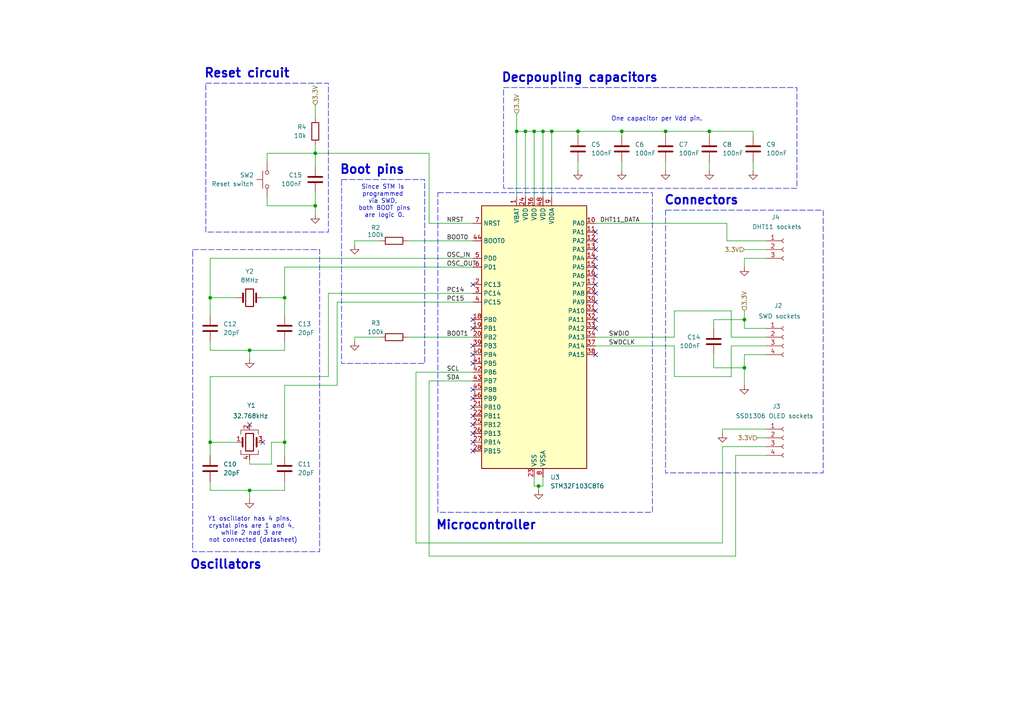
<source format=kicad_sch>
(kicad_sch (version 20250114) (generator "eeschema") (generator_version "9.0")
  (paper "A4")
  (lib_symbols
    (symbol "Connector:Conn_01x03_Socket" (pin_names (offset 1.016) (hide yes))
      (property "Reference" "J" (at 0 5.08 0))
      (property "Value" "Conn_01x03_Socket" (at 0 -5.08 0))
      (symbol "Conn_01x03_Socket_1_1"
        (polyline (pts (xy -1.27 2.54) (xy -0.508 2.54)) (stroke (width 0.1524)))
        (polyline (pts (xy -1.27 0) (xy -0.508 0)) (stroke (width 0.1524)))
        (polyline (pts (xy -1.27 -2.54) (xy -0.508 -2.54)) (stroke (width 0.1524)))
        (arc (start 0 2.032) (mid -0.5058 2.54) (end 0 3.048) (stroke (width 0.1524)))
        (arc (start 0 -0.508) (mid -0.5058 0) (end 0 0.508) (stroke (width 0.1524)))
        (arc (start 0 -3.048) (mid -0.5058 -2.54) (end 0 -2.032) (stroke (width 0.1524)))
        (pin passive line (at -5.08 2.54 0) (length 3.81) (name "Pin_1") (number "1"))
        (pin passive line (at -5.08 0 0) (length 3.81) (name "Pin_2") (number "2"))
        (pin passive line (at -5.08 -2.54 0) (length 3.81) (name "Pin_3") (number "3"))
      )
    )
    (symbol "Connector:Conn_01x04_Socket" (pin_names (offset 1.016) (hide yes))
      (property "Reference" "J" (at 0 5.08 0))
      (property "Value" "Conn_01x04_Socket" (at 0 -7.62 0))
      (symbol "Conn_01x04_Socket_1_1"
        (polyline (pts (xy -1.27 2.54) (xy -0.508 2.54)) (stroke (width 0.1524)))
        (polyline (pts (xy -1.27 0) (xy -0.508 0)) (stroke (width 0.1524)))
        (polyline (pts (xy -1.27 -2.54) (xy -0.508 -2.54)) (stroke (width 0.1524)))
        (polyline (pts (xy -1.27 -5.08) (xy -0.508 -5.08)) (stroke (width 0.1524)))
        (arc (start 0 2.032) (mid -0.5058 2.54) (end 0 3.048) (stroke (width 0.1524)))
        (arc (start 0 -0.508) (mid -0.5058 0) (end 0 0.508) (stroke (width 0.1524)))
        (arc (start 0 -3.048) (mid -0.5058 -2.54) (end 0 -2.032) (stroke (width 0.1524)))
        (arc (start 0 -5.588) (mid -0.5058 -5.08) (end 0 -4.572) (stroke (width 0.1524)))
        (pin passive line (at -5.08 2.54 0) (length 3.81) (name "Pin_1") (number "1"))
        (pin passive line (at -5.08 0 0) (length 3.81) (name "Pin_2") (number "2"))
        (pin passive line (at -5.08 -2.54 0) (length 3.81) (name "Pin_3") (number "3"))
        (pin passive line (at -5.08 -5.08 0) (length 3.81) (name "Pin_4") (number "4"))
      )
    )
    (symbol "Device:C" (pin_numbers (hide yes)) (pin_names (offset 0.254))
      (property "Reference" "C" (at 0.635 2.54 0))
      (property "Value" "C" (at 0.635 -2.54 0))
      (symbol "C_0_1"
        (polyline (pts (xy -2.032 0.762) (xy 2.032 0.762)) (stroke (width 0.508)))
        (polyline (pts (xy -2.032 -0.762) (xy 2.032 -0.762)) (stroke (width 0.508)))
      )
      (symbol "C_1_1"
        (pin passive line (at 0 3.81 270) (length 2.794) (name "~") (number "1"))
        (pin passive line (at 0 -3.81 90) (length 2.794) (name "~") (number "2"))
      )
    )
    (symbol "Device:Crystal" (pin_numbers (hide yes)) (pin_names (offset 1.016) (hide yes))
      (property "Reference" "Y" (at 0 3.81 0))
      (property "Value" "Crystal" (at 0 -3.81 0))
      (symbol "Crystal_0_1"
        (polyline (pts (xy -2.54 0) (xy -1.905 0)))
        (polyline (pts (xy -1.905 -1.27) (xy -1.905 1.27)) (stroke (width 0.508)))
        (rectangle (start -1.143 2.54) (end 1.143 -2.54) (stroke (width 0.3048)))
        (polyline (pts (xy 1.905 -1.27) (xy 1.905 1.27)) (stroke (width 0.508)))
        (polyline (pts (xy 2.54 0) (xy 1.905 0)))
      )
      (symbol "Crystal_1_1"
        (pin passive line (at -3.81 0 0) (length 1.27) (name "1") (number "1"))
        (pin passive line (at 3.81 0 180) (length 1.27) (name "2") (number "2"))
      )
    )
    (symbol "Device:Crystal_GND24" (pin_names (offset 1.016) (hide yes))
      (property "Reference" "Y" (at 3.175 5.08 0))
      (property "Value" "Crystal_GND24" (at 3.175 3.175 0))
      (symbol "Crystal_GND24_0_1"
        (polyline (pts (xy -2.54 2.286) (xy -2.54 3.556) (xy 2.54 3.556) (xy 2.54 2.286)))
        (polyline (pts (xy -2.54 0) (xy -2.032 0)))
        (polyline (pts (xy -2.54 -2.286) (xy -2.54 -3.556) (xy 2.54 -3.556) (xy 2.54 -2.286)))
        (polyline (pts (xy -2.032 -1.27) (xy -2.032 1.27)) (stroke (width 0.508)))
        (rectangle (start -1.143 2.54) (end 1.143 -2.54) (stroke (width 0.3048)))
        (polyline (pts (xy 0 3.556) (xy 0 3.81)))
        (polyline (pts (xy 0 -3.81) (xy 0 -3.556)))
        (polyline (pts (xy 2.032 0) (xy 2.54 0)))
        (polyline (pts (xy 2.032 -1.27) (xy 2.032 1.27)) (stroke (width 0.508)))
      )
      (symbol "Crystal_GND24_1_1"
        (pin passive line (at -3.81 0 0) (length 1.27) (name "1") (number "1"))
        (pin passive line (at 0 5.08 270) (length 1.27) (name "2") (number "2"))
        (pin passive line (at 0 -5.08 90) (length 1.27) (name "4") (number "4"))
        (pin passive line (at 3.81 0 180) (length 1.27) (name "3") (number "3"))
      )
    )
    (symbol "Device:R" (pin_numbers (hide yes)) (pin_names (offset 0))
      (property "Reference" "R" (at 2.032 0 90))
      (property "Value" "R" (at 0 0 90))
      (symbol "R_0_1"
        (rectangle (start -1.016 -2.54) (end 1.016 2.54) (stroke (width 0.254)))
      )
      (symbol "R_1_1"
        (pin passive line (at 0 3.81 270) (length 1.27) (name "~") (number "1"))
        (pin passive line (at 0 -3.81 90) (length 1.27) (name "~") (number "2"))
      )
    )
    (symbol "MCU_ST_STM32F1:STM32F103C8Tx"
      (property "Reference" "U" (at -15.24 39.37 0))
      (property "Value" "STM32F103C8Tx" (at 7.62 39.37 0))
      (symbol "STM32F103C8Tx_0_1"
        (rectangle (start -15.24 -38.1) (end 15.24 38.1) (stroke (width 0.254)) (fill (type background)))
      )
      (symbol "STM32F103C8Tx_1_1"
        (pin input line (at -17.78 33.02 0) (length 2.54) (name "NRST") (number "7"))
        (pin input line (at -17.78 27.94 0) (length 2.54) (name "BOOT0") (number "44"))
        (pin bidirectional line (at -17.78 22.86 0) (length 2.54) (name "PD0") (number "5"))
        (pin bidirectional line (at -17.78 20.32 0) (length 2.54) (name "PD1") (number "6"))
        (pin bidirectional line (at -17.78 15.24 0) (length 2.54) (name "PC13") (number "2"))
        (pin bidirectional line (at -17.78 12.7 0) (length 2.54) (name "PC14") (number "3"))
        (pin bidirectional line (at -17.78 10.16 0) (length 2.54) (name "PC15") (number "4"))
        (pin bidirectional line (at -17.78 5.08 0) (length 2.54) (name "PB0") (number "18"))
        (pin bidirectional line (at -17.78 2.54 0) (length 2.54) (name "PB1") (number "19"))
        (pin bidirectional line (at -17.78 0 0) (length 2.54) (name "PB2") (number "20"))
        (pin bidirectional line (at -17.78 -2.54 0) (length 2.54) (name "PB3") (number "39"))
        (pin bidirectional line (at -17.78 -5.08 0) (length 2.54) (name "PB4") (number "40"))
        (pin bidirectional line (at -17.78 -7.62 0) (length 2.54) (name "PB5") (number "41"))
        (pin bidirectional line (at -17.78 -10.16 0) (length 2.54) (name "PB6") (number "42"))
        (pin bidirectional line (at -17.78 -12.7 0) (length 2.54) (name "PB7") (number "43"))
        (pin bidirectional line (at -17.78 -15.24 0) (length 2.54) (name "PB8") (number "45"))
        (pin bidirectional line (at -17.78 -17.78 0) (length 2.54) (name "PB9") (number "46"))
        (pin bidirectional line (at -17.78 -20.32 0) (length 2.54) (name "PB10") (number "21"))
        (pin bidirectional line (at -17.78 -22.86 0) (length 2.54) (name "PB11") (number "22"))
        (pin bidirectional line (at -17.78 -25.4 0) (length 2.54) (name "PB12") (number "25"))
        (pin bidirectional line (at -17.78 -27.94 0) (length 2.54) (name "PB13") (number "26"))
        (pin bidirectional line (at -17.78 -30.48 0) (length 2.54) (name "PB14") (number "27"))
        (pin bidirectional line (at -17.78 -33.02 0) (length 2.54) (name "PB15") (number "28"))
        (pin power_in line (at -5.08 40.64 270) (length 2.54) (name "VBAT") (number "1"))
        (pin power_in line (at -2.54 40.64 270) (length 2.54) (name "VDD") (number "24"))
        (pin power_in line (at 0 40.64 270) (length 2.54) (name "VDD") (number "36"))
        (pin power_in line (at 0 -40.64 90) (length 2.54) (name "VSS") (number "23"))
        (pin passive line (at 0 -40.64 90) (length 2.54) (hide yes) (name "VSS") (number "35"))
        (pin passive line (at 0 -40.64 90) (length 2.54) (hide yes) (name "VSS") (number "47"))
        (pin power_in line (at 2.54 40.64 270) (length 2.54) (name "VDD") (number "48"))
        (pin power_in line (at 2.54 -40.64 90) (length 2.54) (name "VSSA") (number "8"))
        (pin power_in line (at 5.08 40.64 270) (length 2.54) (name "VDDA") (number "9"))
        (pin bidirectional line (at 17.78 33.02 180) (length 2.54) (name "PA0") (number "10"))
        (pin bidirectional line (at 17.78 30.48 180) (length 2.54) (name "PA1") (number "11"))
        (pin bidirectional line (at 17.78 27.94 180) (length 2.54) (name "PA2") (number "12"))
        (pin bidirectional line (at 17.78 25.4 180) (length 2.54) (name "PA3") (number "13"))
        (pin bidirectional line (at 17.78 22.86 180) (length 2.54) (name "PA4") (number "14"))
        (pin bidirectional line (at 17.78 20.32 180) (length 2.54) (name "PA5") (number "15"))
        (pin bidirectional line (at 17.78 17.78 180) (length 2.54) (name "PA6") (number "16"))
        (pin bidirectional line (at 17.78 15.24 180) (length 2.54) (name "PA7") (number "17"))
        (pin bidirectional line (at 17.78 12.7 180) (length 2.54) (name "PA8") (number "29"))
        (pin bidirectional line (at 17.78 10.16 180) (length 2.54) (name "PA9") (number "30"))
        (pin bidirectional line (at 17.78 7.62 180) (length 2.54) (name "PA10") (number "31"))
        (pin bidirectional line (at 17.78 5.08 180) (length 2.54) (name "PA11") (number "32"))
        (pin bidirectional line (at 17.78 2.54 180) (length 2.54) (name "PA12") (number "33"))
        (pin bidirectional line (at 17.78 0 180) (length 2.54) (name "PA13") (number "34"))
        (pin bidirectional line (at 17.78 -2.54 180) (length 2.54) (name "PA14") (number "37"))
        (pin bidirectional line (at 17.78 -5.08 180) (length 2.54) (name "PA15") (number "38"))
      )
    )
    (symbol "Switch:SW_Push" (pin_numbers (hide yes)) (pin_names (offset 1.016) (hide yes))
      (property "Reference" "SW" (at 1.27 2.54 0))
      (property "Value" "SW_Push" (at 0 -1.524 0))
      (symbol "SW_Push_0_1"
        (circle (center -2.032 0) (radius 0.508))
        (polyline (pts (xy 0 1.27) (xy 0 3.048)))
        (circle (center 2.032 0) (radius 0.508))
        (polyline (pts (xy 2.54 1.27) (xy -2.54 1.27)))
        (pin passive line (at -5.08 0 0) (length 2.54) (name "1") (number "1"))
        (pin passive line (at 5.08 0 180) (length 2.54) (name "2") (number "2"))
      )
    )
    (symbol "power:GND" (power) (pin_numbers (hide yes)) (pin_names (offset 0) (hide yes))
      (property "Value" "GND" (at 0 -3.81 0))
      (symbol "GND_0_1"
        (polyline (pts (xy 0 0) (xy 0 -1.27) (xy 1.27 -1.27) (xy 0 -2.54) (xy -1.27 -1.27) (xy 0 -1.27)))
      )
      (symbol "GND_1_1"
        (pin power_in line (at 0 0 270) (length 0) (name "~") (number "1"))
      )
    )
  )
  (rectangle (start 127 55.88) (end 189.23 148.59) (stroke (width 0) (type dash)))
  (rectangle (start 59.69 24.13) (end 95.25 67.31) (stroke (width 0) (type dash)))
  (rectangle (start 55.88 72.39) (end 92.71 160.02) (stroke (width 0) (type dash)))
  (rectangle (start 99.06 52.07) (end 123.19 105.41) (stroke (width 0) (type dash)))
  (rectangle (start 193.04 60.96) (end 238.76 137.16) (stroke (width 0) (type dash)))
  (rectangle (start 146.05 25.4) (end 231.14 54.61) (stroke (width 0) (type dash)))
  (text "One capacitor per Vdd pin." (at 190.5 34.544 0) (effects (font (size 1.27 1.27))))
  (text "Y1 oscillator has 4 pins,  \ncrystal pins are 1 and 4, \nwhile 2 nad 3 are \nnot connected (datasheet)\n" (at 73.406 153.67 0) (effects (font (size 1.27 1.27))))
  (text "Oscillators\n" (at 65.532 163.83 0) (effects (font (size 2.54 2.54) (thickness 0.508) (bold yes))))
  (text "Boot pins" (at 107.95 49.276 0) (effects (font (size 2.54 2.54) (thickness 0.508) (bold yes))))
  (text "Reset circuit\n" (at 71.628 21.336 0) (effects (font (size 2.54 2.54) (thickness 0.508) (bold yes))))
  (text "Microcontroller\n" (at 140.97 152.4 0) (effects (font (size 2.54 2.54) (thickness 0.508) (bold yes))))
  (text "Connectors\n" (at 203.454 58.166 0) (effects (font (size 2.54 2.54) (thickness 0.508) (bold yes))))
  (text "Decpoupling capacitors" (at 168.148 22.606 0) (effects (font (size 2.54 2.54) (thickness 0.508) (bold yes))))
  (text "Since STM is \nprogrammed \nvia SWD, \nboth BOOT pins\nare logic 0.\n" (at 111.506 58.42 0) (effects (font (size 1.27 1.27))))
  (junction (at 215.9 92.71))
  (junction (at 152.4 38.1))
  (junction (at 154.94 38.1))
  (junction (at 149.86 38.1))
  (junction (at 160.02 38.1))
  (junction (at 180.34 38.1))
  (junction (at 72.39 101.6))
  (junction (at 60.96 86.36))
  (junction (at 205.74 38.1))
  (junction (at 215.9 106.68))
  (junction (at 193.04 38.1))
  (junction (at 72.39 142.24))
  (junction (at 60.96 128.27))
  (junction (at 156.21 140.97))
  (junction (at 91.44 44.45))
  (junction (at 91.44 59.69))
  (junction (at 82.55 86.36))
  (junction (at 82.55 128.27))
  (junction (at 167.64 38.1))
  (junction (at 157.48 38.1))
  (no_connect (at 172.72 90.17))
  (no_connect (at 137.16 102.87))
  (no_connect (at 172.72 102.87))
  (no_connect (at 172.72 92.71))
  (no_connect (at 137.16 123.19))
  (no_connect (at 137.16 113.03))
  (no_connect (at 172.72 72.39))
  (no_connect (at 137.16 82.55))
  (no_connect (at 137.16 125.73))
  (no_connect (at 172.72 87.63))
  (no_connect (at 137.16 100.33))
  (no_connect (at 172.72 82.55))
  (no_connect (at 172.72 95.25))
  (no_connect (at 172.72 77.47))
  (no_connect (at 172.72 74.93))
  (no_connect (at 137.16 95.25))
  (no_connect (at 72.39 123.19))
  (no_connect (at 172.72 80.01))
  (no_connect (at 137.16 115.57))
  (no_connect (at 172.72 69.85))
  (no_connect (at 137.16 118.11))
  (no_connect (at 137.16 105.41))
  (no_connect (at 137.16 120.65))
  (no_connect (at 76.2 128.27))
  (no_connect (at 172.72 85.09))
  (no_connect (at 137.16 128.27))
  (no_connect (at 137.16 92.71))
  (no_connect (at 137.16 130.81))
  (no_connect (at 172.72 67.31))
  (wire (pts (xy 120.65 107.95) (xy 120.65 157.48)))
  (wire (pts (xy 207.01 102.87) (xy 207.01 106.68)))
  (wire (pts (xy 149.86 38.1) (xy 152.4 38.1)))
  (wire (pts (xy 72.39 142.24) (xy 72.39 144.78)))
  (wire (pts (xy 120.65 157.48) (xy 209.55 157.48)))
  (wire (pts (xy 91.44 44.45) (xy 77.47 44.45)))
  (wire (pts (xy 157.48 38.1) (xy 157.48 57.15)))
  (wire (pts (xy 154.94 38.1) (xy 154.94 57.15)))
  (wire (pts (xy 60.96 109.22) (xy 60.96 128.27)))
  (wire (pts (xy 82.55 111.76) (xy 82.55 128.27)))
  (wire (pts (xy 215.9 90.17) (xy 215.9 92.71)))
  (wire (pts (xy 215.9 74.93) (xy 215.9 77.47)))
  (wire (pts (xy 78.74 128.27) (xy 82.55 128.27)))
  (wire (pts (xy 82.55 111.76) (xy 97.79 111.76)))
  (wire (pts (xy 222.25 127) (xy 219.71 127)))
  (wire (pts (xy 156.21 140.97) (xy 156.21 142.24)))
  (wire (pts (xy 193.04 39.37) (xy 193.04 38.1)))
  (wire (pts (xy 154.94 138.43) (xy 154.94 140.97)))
  (wire (pts (xy 60.96 128.27) (xy 68.58 128.27)))
  (wire (pts (xy 124.46 110.49) (xy 124.46 161.29)))
  (wire (pts (xy 97.79 87.63) (xy 97.79 111.76)))
  (wire (pts (xy 195.58 97.79) (xy 195.58 90.17)))
  (wire (pts (xy 205.74 38.1) (xy 193.04 38.1)))
  (wire (pts (xy 195.58 90.17) (xy 212.09 90.17)))
  (wire (pts (xy 154.94 38.1) (xy 157.48 38.1)))
  (wire (pts (xy 157.48 38.1) (xy 160.02 38.1)))
  (wire (pts (xy 91.44 59.69) (xy 91.44 62.23)))
  (wire (pts (xy 160.02 38.1) (xy 160.02 57.15)))
  (wire (pts (xy 193.04 46.99) (xy 193.04 49.53)))
  (wire (pts (xy 156.21 140.97) (xy 157.48 140.97)))
  (wire (pts (xy 72.39 101.6) (xy 82.55 101.6)))
  (wire (pts (xy 212.09 100.33) (xy 222.25 100.33)))
  (wire (pts (xy 60.96 86.36) (xy 68.58 86.36)))
  (wire (pts (xy 212.09 109.22) (xy 212.09 100.33)))
  (wire (pts (xy 207.01 95.25) (xy 207.01 92.71)))
  (wire (pts (xy 157.48 138.43) (xy 157.48 140.97)))
  (wire (pts (xy 172.72 97.79) (xy 195.58 97.79)))
  (wire (pts (xy 82.55 86.36) (xy 82.55 91.44)))
  (wire (pts (xy 218.44 46.99) (xy 218.44 49.53)))
  (wire (pts (xy 124.46 110.49) (xy 137.16 110.49)))
  (wire (pts (xy 72.39 134.62) (xy 78.74 134.62)))
  (wire (pts (xy 91.44 44.45) (xy 91.44 48.26)))
  (wire (pts (xy 82.55 139.7) (xy 82.55 142.24)))
  (wire (pts (xy 205.74 46.99) (xy 205.74 49.53)))
  (wire (pts (xy 195.58 100.33) (xy 195.58 109.22)))
  (wire (pts (xy 60.96 86.36) (xy 60.96 91.44)))
  (wire (pts (xy 124.46 64.77) (xy 124.46 44.45)))
  (wire (pts (xy 207.01 92.71) (xy 215.9 92.71)))
  (wire (pts (xy 167.64 46.99) (xy 167.64 49.53)))
  (wire (pts (xy 110.49 97.79) (xy 102.87 97.79)))
  (wire (pts (xy 72.39 101.6) (xy 72.39 104.14)))
  (wire (pts (xy 95.25 109.22) (xy 95.25 85.09)))
  (wire (pts (xy 76.2 86.36) (xy 82.55 86.36)))
  (wire (pts (xy 124.46 161.29) (xy 213.36 161.29)))
  (wire (pts (xy 82.55 142.24) (xy 72.39 142.24)))
  (wire (pts (xy 213.36 132.08) (xy 222.25 132.08)))
  (wire (pts (xy 205.74 39.37) (xy 205.74 38.1)))
  (wire (pts (xy 205.74 38.1) (xy 218.44 38.1)))
  (wire (pts (xy 72.39 142.24) (xy 60.96 142.24)))
  (wire (pts (xy 110.49 69.85) (xy 102.87 69.85)))
  (wire (pts (xy 82.55 128.27) (xy 82.55 132.08)))
  (wire (pts (xy 102.87 97.79) (xy 102.87 99.06)))
  (wire (pts (xy 77.47 46.99) (xy 77.47 44.45)))
  (wire (pts (xy 149.86 38.1) (xy 149.86 57.15)))
  (wire (pts (xy 215.9 102.87) (xy 215.9 106.68)))
  (wire (pts (xy 172.72 100.33) (xy 195.58 100.33)))
  (wire (pts (xy 215.9 72.39) (xy 222.25 72.39)))
  (wire (pts (xy 215.9 106.68) (xy 215.9 111.76)))
  (wire (pts (xy 213.36 161.29) (xy 213.36 132.08)))
  (wire (pts (xy 82.55 77.47) (xy 137.16 77.47)))
  (wire (pts (xy 180.34 39.37) (xy 180.34 38.1)))
  (wire (pts (xy 60.96 128.27) (xy 60.96 132.08)))
  (wire (pts (xy 152.4 38.1) (xy 154.94 38.1)))
  (wire (pts (xy 215.9 95.25) (xy 222.25 95.25)))
  (wire (pts (xy 193.04 38.1) (xy 180.34 38.1)))
  (wire (pts (xy 222.25 74.93) (xy 215.9 74.93)))
  (wire (pts (xy 209.55 124.46) (xy 209.55 125.73)))
  (wire (pts (xy 95.25 85.09) (xy 137.16 85.09)))
  (wire (pts (xy 215.9 102.87) (xy 222.25 102.87)))
  (wire (pts (xy 222.25 124.46) (xy 209.55 124.46)))
  (wire (pts (xy 172.72 64.77) (xy 210.82 64.77)))
  (wire (pts (xy 91.44 41.91) (xy 91.44 44.45)))
  (wire (pts (xy 212.09 97.79) (xy 222.25 97.79)))
  (wire (pts (xy 77.47 59.69) (xy 91.44 59.69)))
  (wire (pts (xy 82.55 77.47) (xy 82.55 86.36)))
  (wire (pts (xy 137.16 64.77) (xy 124.46 64.77)))
  (wire (pts (xy 209.55 129.54) (xy 222.25 129.54)))
  (wire (pts (xy 91.44 55.88) (xy 91.44 59.69)))
  (wire (pts (xy 210.82 69.85) (xy 222.25 69.85)))
  (wire (pts (xy 78.74 134.62) (xy 78.74 128.27)))
  (wire (pts (xy 218.44 39.37) (xy 218.44 38.1)))
  (wire (pts (xy 120.65 107.95) (xy 137.16 107.95)))
  (wire (pts (xy 72.39 133.35) (xy 72.39 134.62)))
  (wire (pts (xy 154.94 140.97) (xy 156.21 140.97)))
  (wire (pts (xy 118.11 97.79) (xy 137.16 97.79)))
  (wire (pts (xy 60.96 74.93) (xy 60.96 86.36)))
  (wire (pts (xy 97.79 87.63) (xy 137.16 87.63)))
  (wire (pts (xy 124.46 44.45) (xy 91.44 44.45)))
  (wire (pts (xy 215.9 92.71) (xy 215.9 95.25)))
  (wire (pts (xy 82.55 101.6) (xy 82.55 99.06)))
  (wire (pts (xy 118.11 69.85) (xy 137.16 69.85)))
  (wire (pts (xy 180.34 46.99) (xy 180.34 49.53)))
  (wire (pts (xy 209.55 157.48) (xy 209.55 129.54)))
  (wire (pts (xy 212.09 90.17) (xy 212.09 97.79)))
  (wire (pts (xy 195.58 109.22) (xy 212.09 109.22)))
  (wire (pts (xy 152.4 38.1) (xy 152.4 57.15)))
  (wire (pts (xy 160.02 38.1) (xy 167.64 38.1)))
  (wire (pts (xy 60.96 74.93) (xy 137.16 74.93)))
  (wire (pts (xy 210.82 64.77) (xy 210.82 69.85)))
  (wire (pts (xy 60.96 109.22) (xy 95.25 109.22)))
  (wire (pts (xy 207.01 106.68) (xy 215.9 106.68)))
  (wire (pts (xy 60.96 99.06) (xy 60.96 101.6)))
  (wire (pts (xy 60.96 139.7) (xy 60.96 142.24)))
  (wire (pts (xy 180.34 38.1) (xy 167.64 38.1)))
  (wire (pts (xy 91.44 30.48) (xy 91.44 34.29)))
  (wire (pts (xy 77.47 57.15) (xy 77.47 59.69)))
  (wire (pts (xy 102.87 69.85) (xy 102.87 71.12)))
  (wire (pts (xy 60.96 101.6) (xy 72.39 101.6)))
  (wire (pts (xy 167.64 39.37) (xy 167.64 38.1)))
  (wire (pts (xy 149.86 33.02) (xy 149.86 38.1)))
  (label "OSC_OUT" (at 129.54 77.47 0))
  (label "PC14" (at 129.54 85.09 0))
  (label "OSC_IN" (at 129.54 74.93 0))
  (label "SWDCLK" (at 176.53 100.33 0))
  (label "SWDIO" (at 176.53 97.79 0))
  (label "NRST" (at 129.54 64.77 0))
  (label "SCL" (at 129.54 107.95 0))
  (label "BOOT0" (at 129.54 69.85 0))
  (label "PC15" (at 129.54 87.63 0))
  (label "BOOT1" (at 129.54 97.79 0))
  (label "DHT11_DATA" (at 173.99 64.77 0))
  (label "SDA" (at 129.54 110.49 0))
  (hierarchical_label "3.3V" (shape input) (at 215.9 90.17 90))
  (hierarchical_label "3.3V" (shape input) (at 149.86 33.02 90))
  (hierarchical_label "3.3V" (shape input) (at 215.9 72.39 180))
  (hierarchical_label "3.3V" (shape input) (at 91.44 30.48 90))
  (hierarchical_label "3.3V" (shape input) (at 219.71 127 180))
  (symbol (lib_id "MCU_ST_STM32F1:STM32F103C8Tx") (at 154.94 97.79 0) (unit 1)
    (property "Reference" "U3" (at 159.6233 138.43 0) (effects (justify left)))
    (property "Value" "STM32F103C8T6" (at 159.6233 140.97 0) (effects (justify left)))
    (property "Footprint" "Package_QFP:LQFP-48_7x7mm_P0.5mm" (effects (hide yes)))
    (property "Datasheet" "https://www.st.com/resource/en/datasheet/stm32f103c8.pdf" (effects (hide yes)))
    (property "Description" "STMicroelectronics Arm Cortex-M3 MCU, 64KB flash, 20KB RAM, 72 MHz, 2.0-3.6V, 37 GPIO, LQFP48" (effects (hide yes)))
  )
  (symbol (lib_id "power:GND") (at 72.39 144.78 0) (unit 1)
    (property "Reference" "#PWR010" (effects (hide yes)))
    (property "Value" "GND" (effects (hide yes)))
    (property "Description" "Power symbol creates a global label with name \"GND\" , ground" (effects (hide yes)))
  )
  (symbol (lib_id "Device:R") (at 114.3 69.85 270) (unit 1)
    (property "Reference" "R2" (at 108.966 66.04 90))
    (property "Value" "100k" (at 108.966 68.072 90))
    (property "Footprint" "Resistor_SMD:R_1206_3216Metric" (effects (hide yes)))
    (property "Description" "Resistor" (effects (hide yes)))
  )
  (symbol (lib_id "Device:R") (at 91.44 38.1 0) (mirror y) (unit 1)
    (property "Reference" "R4" (at 88.9 36.8299 0) (effects (justify left)))
    (property "Value" "10k" (at 88.9 39.3699 0) (effects (justify left)))
    (property "Footprint" "Resistor_SMD:R_1206_3216Metric" (effects (hide yes)))
    (property "Description" "Resistor" (effects (hide yes)))
  )
  (symbol (lib_id "Device:C") (at 218.44 43.18 0) (unit 1)
    (property "Reference" "C9" (at 222.25 41.9099 0) (effects (justify left)))
    (property "Value" "100nF" (at 222.25 44.4499 0) (effects (justify left)))
    (property "Footprint" "Capacitor_SMD:C_1206_3216Metric" (effects (hide yes)))
    (property "Description" "Unpolarized capacitor" (effects (hide yes)))
  )
  (symbol (lib_id "power:GND") (at 156.21 142.24 0) (unit 1)
    (property "Reference" "#PWR012" (effects (hide yes)))
    (property "Value" "GND" (effects (hide yes)))
    (property "Description" "Power symbol creates a global label with name \"GND\" , ground" (effects (hide yes)))
  )
  (symbol (lib_id "power:GND") (at 91.44 62.23 0) (unit 1)
    (property "Reference" "#PWR016" (effects (hide yes)))
    (property "Value" "GND" (effects (hide yes)))
    (property "Description" "Power symbol creates a global label with name \"GND\" , ground" (effects (hide yes)))
  )
  (symbol (lib_id "Device:Crystal") (at 72.39 86.36 0) (unit 1)
    (property "Reference" "Y2" (at 72.39 78.74 0))
    (property "Value" "8MHz" (at 72.39 81.28 0))
    (property "Footprint" "Crystal:Crystal_SMD_HC49-SD" (effects (hide yes)))
    (property "Description" "Two pin crystal" (effects (hide yes)))
  )
  (symbol (lib_id "power:GND") (at 167.64 49.53 0) (unit 1)
    (property "Reference" "#PWR05" (effects (hide yes)))
    (property "Value" "GND" (effects (hide yes)))
    (property "Description" "Power symbol creates a global label with name \"GND\" , ground" (effects (hide yes)))
  )
  (symbol (lib_id "power:GND") (at 193.04 49.53 0) (unit 1)
    (property "Reference" "#PWR07" (effects (hide yes)))
    (property "Value" "GND" (effects (hide yes)))
    (property "Description" "Power symbol creates a global label with name \"GND\" , ground" (effects (hide yes)))
  )
  (symbol (lib_id "Device:C") (at 91.44 52.07 0) (mirror y) (unit 1)
    (property "Reference" "C15" (at 87.63 50.7999 0) (effects (justify left)))
    (property "Value" "100nF" (at 87.63 53.3399 0) (effects (justify left)))
    (property "Footprint" "Capacitor_SMD:C_1206_3216Metric" (effects (hide yes)))
    (property "Description" "Unpolarized capacitor" (effects (hide yes)))
  )
  (symbol (lib_id "power:GND") (at 180.34 49.53 0) (unit 1)
    (property "Reference" "#PWR06" (effects (hide yes)))
    (property "Value" "GND" (effects (hide yes)))
    (property "Description" "Power symbol creates a global label with name \"GND\" , ground" (effects (hide yes)))
  )
  (symbol (lib_id "Device:C") (at 205.74 43.18 0) (unit 1)
    (property "Reference" "C8" (at 209.55 41.9099 0) (effects (justify left)))
    (property "Value" "100nF" (at 209.55 44.4499 0) (effects (justify left)))
    (property "Footprint" "Capacitor_SMD:C_1206_3216Metric" (effects (hide yes)))
    (property "Description" "Unpolarized capacitor" (effects (hide yes)))
  )
  (symbol (lib_id "Device:C") (at 207.01 99.06 0) (mirror y) (unit 1)
    (property "Reference" "C14" (at 203.2 97.7899 0) (effects (justify left)))
    (property "Value" "100nF" (at 203.2 100.3299 0) (effects (justify left)))
    (property "Footprint" "Capacitor_SMD:C_1206_3216Metric" (effects (hide yes)))
    (property "Description" "Unpolarized capacitor" (effects (hide yes)))
  )
  (symbol (lib_id "Switch:SW_Push") (at 77.47 52.07 90) (mirror x) (unit 1)
    (property "Reference" "SW2" (at 73.66 50.7999 90) (effects (justify left)))
    (property "Value" "Reset switch" (at 73.66 53.3399 90) (effects (justify left)))
    (property "Footprint" "Button_Switch_THT:SW_Tactile_SPST_Angled_PTS645Vx83-2LFS" (effects (hide yes)))
    (property "Description" "Push button switch, generic, two pins" (effects (hide yes)))
  )
  (symbol (lib_id "power:GND") (at 102.87 99.06 0) (unit 1)
    (property "Reference" "#PWR014" (effects (hide yes)))
    (property "Value" "GND" (effects (hide yes)))
    (property "Description" "Power symbol creates a global label with name \"GND\" , ground" (effects (hide yes)))
  )
  (symbol (lib_id "Device:C") (at 60.96 135.89 0) (unit 1)
    (property "Reference" "C10" (at 64.77 134.6199 0) (effects (justify left)))
    (property "Value" "20pF" (at 64.77 137.1599 0) (effects (justify left)))
    (property "Footprint" "Capacitor_SMD:C_1206_3216Metric" (effects (hide yes)))
    (property "Description" "Unpolarized capacitor" (effects (hide yes)))
  )
  (symbol (lib_id "Connector:Conn_01x03_Socket") (at 227.33 72.39 0) (unit 1)
    (property "Reference" "J4" (at 223.774 62.992 0) (effects (justify left)))
    (property "Value" "DHT11 sockets" (at 218.186 65.786 0) (effects (justify left)))
    (property "Footprint" "DHT11 sensor:DHT11" (effects (hide yes)))
    (property "Description" "Generic connector, single row, 01x03, script generated" (effects (hide yes)))
  )
  (symbol (lib_id "power:GND") (at 72.39 104.14 0) (unit 1)
    (property "Reference" "#PWR09" (effects (hide yes)))
    (property "Value" "GND" (effects (hide yes)))
    (property "Description" "Power symbol creates a global label with name \"GND\" , ground" (effects (hide yes)))
  )
  (symbol (lib_id "power:GND") (at 102.87 71.12 0) (unit 1)
    (property "Reference" "#PWR013" (effects (hide yes)))
    (property "Value" "GND" (effects (hide yes)))
    (property "Description" "Power symbol creates a global label with name \"GND\" , ground" (effects (hide yes)))
  )
  (symbol (lib_id "Device:C") (at 193.04 43.18 0) (unit 1)
    (property "Reference" "C7" (at 196.85 41.9099 0) (effects (justify left)))
    (property "Value" "100nF" (at 196.85 44.4499 0) (effects (justify left)))
    (property "Footprint" "Capacitor_SMD:C_1206_3216Metric" (effects (hide yes)))
    (property "Description" "Unpolarized capacitor" (effects (hide yes)))
  )
  (symbol (lib_id "Connector:Conn_01x04_Socket") (at 227.33 97.79 0) (unit 1)
    (property "Reference" "J2" (at 224.536 88.646 0) (effects (justify left)))
    (property "Value" "SWD sockets" (at 219.964 91.694 0) (effects (justify left)))
    (property "Footprint" "Connector_PinSocket_2.54mm:PinSocket_1x04_P2.54mm_Horizontal" (effects (hide yes)))
    (property "Description" "Generic connector, single row, 01x04, script generated" (effects (hide yes)))
  )
  (symbol (lib_id "Device:C") (at 180.34 43.18 0) (unit 1)
    (property "Reference" "C6" (at 184.15 41.9099 0) (effects (justify left)))
    (property "Value" "100nF" (at 184.15 44.4499 0) (effects (justify left)))
    (property "Footprint" "Capacitor_SMD:C_1206_3216Metric" (effects (hide yes)))
    (property "Description" "Unpolarized capacitor" (effects (hide yes)))
  )
  (symbol (lib_id "power:GND") (at 205.74 49.53 0) (unit 1)
    (property "Reference" "#PWR08" (effects (hide yes)))
    (property "Value" "GND" (effects (hide yes)))
    (property "Description" "Power symbol creates a global label with name \"GND\" , ground" (effects (hide yes)))
  )
  (symbol (lib_id "power:GND") (at 218.44 49.53 0) (unit 1)
    (property "Reference" "#PWR015" (effects (hide yes)))
    (property "Value" "GND" (effects (hide yes)))
    (property "Description" "Power symbol creates a global label with name \"GND\" , ground" (effects (hide yes)))
  )
  (symbol (lib_id "Connector:Conn_01x04_Socket") (at 227.33 127 0) (unit 1)
    (property "Reference" "J3" (at 224.028 117.856 0) (effects (justify left)))
    (property "Value" "SSD1306 OLED sockets" (at 213.36 120.65 0) (effects (justify left)))
    (property "Footprint" "Connector_PinSocket_2.54mm:PinSocket_1x04_P2.54mm_Horizontal" (effects (hide yes)))
    (property "Description" "Generic connector, single row, 01x04, script generated" (effects (hide yes)))
  )
  (symbol (lib_id "Device:Crystal_GND24") (at 72.39 128.27 0) (unit 1)
    (property "Reference" "Y1" (at 72.898 117.602 0))
    (property "Value" "32.768kHz" (at 72.644 120.65 0))
    (property "Footprint" "Blue Pill 32.768kHz 4 pin oscillator:XTAL_MC-306_32.7680K-G0_ROHS" (effects (hide yes)))
    (property "Description" "Four pin crystal, GND on pins 2 and 4" (effects (hide yes)))
  )
  (symbol (lib_id "Device:C") (at 167.64 43.18 0) (unit 1)
    (property "Reference" "C5" (at 171.45 41.9099 0) (effects (justify left)))
    (property "Value" "100nF" (at 171.45 44.4499 0) (effects (justify left)))
    (property "Footprint" "Capacitor_SMD:C_1206_3216Metric" (effects (hide yes)))
    (property "Description" "Unpolarized capacitor" (effects (hide yes)))
  )
  (symbol (lib_id "Device:C") (at 60.96 95.25 0) (unit 1)
    (property "Reference" "C12" (at 64.77 93.9799 0) (effects (justify left)))
    (property "Value" "20pF" (at 64.77 96.5199 0) (effects (justify left)))
    (property "Footprint" "Capacitor_SMD:C_1206_3216Metric" (effects (hide yes)))
    (property "Description" "Unpolarized capacitor" (effects (hide yes)))
  )
  (symbol (lib_id "power:GND") (at 215.9 111.76 0) (mirror y) (unit 1)
    (property "Reference" "#PWR011" (effects (hide yes)))
    (property "Value" "GND" (effects (hide yes)))
    (property "Description" "Power symbol creates a global label with name \"GND\" , ground" (effects (hide yes)))
  )
  (symbol (lib_id "Device:R") (at 114.3 97.79 270) (unit 1)
    (property "Reference" "R3" (at 108.966 93.726 90))
    (property "Value" "100k" (at 108.966 96.266 90))
    (property "Footprint" "Resistor_SMD:R_1206_3216Metric" (effects (hide yes)))
    (property "Description" "Resistor" (effects (hide yes)))
  )
  (symbol (lib_id "Device:C") (at 82.55 135.89 0) (unit 1)
    (property "Reference" "C11" (at 86.36 134.6199 0) (effects (justify left)))
    (property "Value" "20pF" (at 86.36 137.1599 0) (effects (justify left)))
    (property "Footprint" "Capacitor_SMD:C_1206_3216Metric" (effects (hide yes)))
    (property "Description" "Unpolarized capacitor" (effects (hide yes)))
  )
  (symbol (lib_id "Device:C") (at 82.55 95.25 0) (unit 1)
    (property "Reference" "C13" (at 86.36 93.9799 0) (effects (justify left)))
    (property "Value" "20pF" (at 86.36 96.5199 0) (effects (justify left)))
    (property "Footprint" "Capacitor_SMD:C_1206_3216Metric" (effects (hide yes)))
    (property "Description" "Unpolarized capacitor" (effects (hide yes)))
  )
  (symbol (lib_id "power:GND") (at 209.55 125.73 0) (unit 1)
    (property "Reference" "#PWR018" (effects (hide yes)))
    (property "Value" "GND" (effects (hide yes)))
    (property "Description" "Power symbol creates a global label with name \"GND\" , ground" (effects (hide yes)))
  )
  (symbol (lib_id "power:GND") (at 215.9 77.47 0) (unit 1)
    (property "Reference" "#PWR019" (effects (hide yes)))
    (property "Value" "GND" (effects (hide yes)))
    (property "Description" "Power symbol creates a global label with name \"GND\" , ground" (effects (hide yes)))
  )
)
</source>
